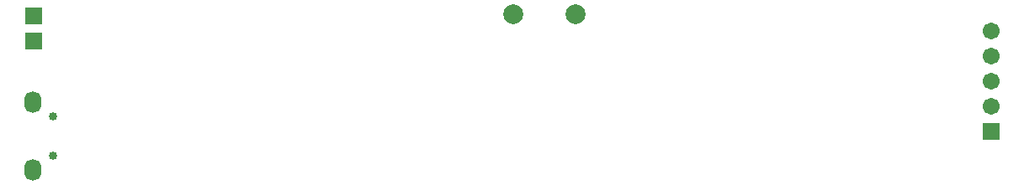
<source format=gbs>
%FSLAX25Y25*%
%MOIN*%
G70*
G01*
G75*
G04 Layer_Color=16711935*
%ADD10R,0.12402X0.08898*%
%ADD11R,0.02400X0.05906*%
%ADD12R,0.03150X0.03937*%
%ADD13R,0.03937X0.04724*%
%ADD14R,0.15748X0.05118*%
%ADD15R,0.03937X0.03150*%
%ADD16R,0.05118X0.15748*%
%ADD17R,0.03937X0.01575*%
G04:AMPARAMS|DCode=18|XSize=39.37mil|YSize=59.06mil|CornerRadius=0mil|HoleSize=0mil|Usage=FLASHONLY|Rotation=180.000|XOffset=0mil|YOffset=0mil|HoleType=Round|Shape=Octagon|*
%AMOCTAGOND18*
4,1,8,0.00984,-0.02953,-0.00984,-0.02953,-0.01969,-0.01969,-0.01969,0.01969,-0.00984,0.02953,0.00984,0.02953,0.01969,0.01969,0.01969,-0.01969,0.00984,-0.02953,0.0*
%
%ADD18OCTAGOND18*%

%ADD19P,0.06392X8X22.5*%
%ADD20R,0.05906X0.01378*%
%ADD21R,0.05118X0.01260*%
%ADD22R,0.04724X0.03937*%
%ADD23C,0.04724*%
%ADD24R,0.04724X0.05906*%
%ADD25R,0.07874X0.04134*%
%ADD26R,0.26772X0.25984*%
%ADD27R,0.06299X0.05906*%
%ADD28R,0.03150X0.02559*%
%ADD29R,0.01575X0.03937*%
%ADD30O,0.01969X0.07874*%
%ADD31R,0.01969X0.07874*%
%ADD32C,0.03937*%
%ADD33C,0.01969*%
%ADD34C,0.02756*%
%ADD35C,0.03150*%
%ADD36C,0.01181*%
%ADD37C,0.02362*%
%ADD38R,0.06850X0.08228*%
%ADD39C,0.02559*%
%ADD40O,0.05906X0.07874*%
%ADD41R,0.05906X0.05906*%
%ADD42C,0.05906*%
%ADD43R,0.05906X0.05906*%
%ADD44C,0.07087*%
%ADD45C,0.03937*%
%ADD46C,0.01969*%
%ADD47C,0.02756*%
%ADD48C,0.00984*%
%ADD49C,0.00500*%
%ADD50C,0.00787*%
%ADD51C,0.00472*%
%ADD52C,0.00591*%
%ADD53C,0.00492*%
%ADD54C,0.00709*%
%ADD55C,0.00394*%
%ADD56R,0.13202X0.09698*%
%ADD57R,0.03200X0.06706*%
%ADD58R,0.03950X0.04737*%
%ADD59R,0.04737X0.05524*%
%ADD60R,0.16548X0.05918*%
%ADD61R,0.04737X0.03950*%
%ADD62R,0.05918X0.16548*%
%ADD63R,0.04737X0.02375*%
G04:AMPARAMS|DCode=64|XSize=47.37mil|YSize=67.06mil|CornerRadius=0mil|HoleSize=0mil|Usage=FLASHONLY|Rotation=180.000|XOffset=0mil|YOffset=0mil|HoleType=Round|Shape=Octagon|*
%AMOCTAGOND64*
4,1,8,0.01184,-0.03353,-0.01184,-0.03353,-0.02369,-0.02169,-0.02369,0.02169,-0.01184,0.03353,0.01184,0.03353,0.02369,0.02169,0.02369,-0.02169,0.01184,-0.03353,0.0*
%
%ADD64OCTAGOND64*%

%ADD65P,0.07258X8X22.5*%
%ADD66R,0.06706X0.02178*%
%ADD67R,0.05918X0.02060*%
%ADD68R,0.05524X0.04737*%
%ADD69C,0.05524*%
%ADD70R,0.05524X0.06706*%
%ADD71R,0.08674X0.04934*%
%ADD72R,0.27572X0.26784*%
%ADD73R,0.07099X0.06706*%
%ADD74R,0.03950X0.03359*%
%ADD75R,0.02375X0.04737*%
%ADD76O,0.02769X0.08674*%
%ADD77R,0.02769X0.08674*%
%ADD78C,0.03359*%
%ADD79O,0.06706X0.08674*%
%ADD80R,0.06706X0.06706*%
%ADD81C,0.06706*%
%ADD82R,0.06706X0.06706*%
%ADD83C,0.07887*%
D78*
X14488Y12795D02*
D03*
Y28583D02*
D03*
D79*
X6449Y7198D02*
D03*
X6371Y34237D02*
D03*
D80*
X6830Y68590D02*
D03*
Y58590D02*
D03*
D81*
X386160Y52340D02*
D03*
Y42340D02*
D03*
Y32340D02*
D03*
Y62340D02*
D03*
D82*
Y22340D02*
D03*
D83*
X221469Y69040D02*
D03*
X196666D02*
D03*
M02*

</source>
